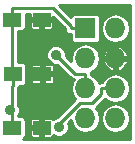
<source format=gbl>
G04 #@! TF.FileFunction,Copper,L2,Bot,Signal*
%FSLAX46Y46*%
G04 Gerber Fmt 4.6, Leading zero omitted, Abs format (unit mm)*
G04 Created by KiCad (PCBNEW 4.0.4-stable) date Monday 13 March 2017 'à' 21:29:09*
%MOMM*%
%LPD*%
G01*
G04 APERTURE LIST*
%ADD10C,0.100000*%
%ADD11R,1.727200X1.727200*%
%ADD12O,1.727200X1.727200*%
%ADD13R,1.500000X1.250000*%
%ADD14C,0.889000*%
%ADD15C,0.254000*%
G04 APERTURE END LIST*
D10*
D11*
X61400000Y-36350000D03*
D12*
X63940000Y-36350000D03*
X61400000Y-38890000D03*
X63940000Y-38890000D03*
X61400000Y-41430000D03*
X63940000Y-41430000D03*
X61400000Y-43970000D03*
X63940000Y-43970000D03*
D13*
X55200000Y-44750000D03*
X57700000Y-44750000D03*
X55250000Y-40200000D03*
X57750000Y-40200000D03*
X55200000Y-35600000D03*
X57700000Y-35600000D03*
D14*
X55018600Y-43290000D03*
X58921200Y-38583500D03*
X59161200Y-44715800D03*
D15*
X60155100Y-36116600D02*
X60155100Y-36350000D01*
X58632200Y-34593700D02*
X60155100Y-36116600D01*
X55200000Y-34593700D02*
X58632200Y-34593700D01*
X55200000Y-35600000D02*
X55200000Y-34593700D01*
X61400000Y-36350000D02*
X60155100Y-36350000D01*
X55250000Y-40200000D02*
X55250000Y-40703100D01*
X55250000Y-40703100D02*
X55250000Y-41206300D01*
X55200000Y-40653100D02*
X55200000Y-35600000D01*
X55250000Y-40703100D02*
X55200000Y-40653100D01*
X55200000Y-43290000D02*
X55018600Y-43290000D01*
X55200000Y-44750000D02*
X55200000Y-43290000D01*
X55200000Y-41256300D02*
X55250000Y-41206300D01*
X55200000Y-43290000D02*
X55200000Y-41256300D01*
X57750000Y-43693700D02*
X57750000Y-40200000D01*
X57700000Y-43743700D02*
X57750000Y-43693700D01*
X57700000Y-44750000D02*
X57700000Y-43743700D01*
X63940000Y-38890000D02*
X62695100Y-38890000D01*
X57700000Y-35600000D02*
X57700000Y-36606300D01*
X57750000Y-38544700D02*
X57750000Y-40200000D01*
X58694200Y-37600500D02*
X57750000Y-38544700D01*
X61872500Y-37600500D02*
X58694200Y-37600500D01*
X62695100Y-38423100D02*
X61872500Y-37600500D01*
X62695100Y-38890000D02*
X62695100Y-38423100D01*
X58694200Y-37600500D02*
X57700000Y-36606300D01*
X60522800Y-40185100D02*
X61400000Y-40185100D01*
X58921200Y-38583500D02*
X60522800Y-40185100D01*
X61400000Y-41430000D02*
X61400000Y-40185100D01*
X63940000Y-41430000D02*
X62695100Y-41430000D01*
X59161300Y-44715800D02*
X59161200Y-44715800D01*
X59161300Y-44447100D02*
X59161300Y-44715800D01*
X60908400Y-42700000D02*
X59161300Y-44447100D01*
X61940900Y-42700000D02*
X60908400Y-42700000D01*
X62695100Y-41945800D02*
X61940900Y-42700000D01*
X62695100Y-41430000D02*
X62695100Y-41945800D01*
G36*
X65221400Y-45721400D02*
X56115273Y-45721400D01*
X56220865Y-45653454D01*
X56307859Y-45526134D01*
X56338464Y-45375000D01*
X56338464Y-44934150D01*
X56721400Y-44934150D01*
X56721400Y-45420472D01*
X56756203Y-45504492D01*
X56820509Y-45568798D01*
X56904529Y-45603600D01*
X57515850Y-45603600D01*
X57573000Y-45546450D01*
X57573000Y-44877000D01*
X56778550Y-44877000D01*
X56721400Y-44934150D01*
X56338464Y-44934150D01*
X56338464Y-44125000D01*
X56329908Y-44079528D01*
X56721400Y-44079528D01*
X56721400Y-44565850D01*
X56778550Y-44623000D01*
X57573000Y-44623000D01*
X57573000Y-43953550D01*
X57827000Y-43953550D01*
X57827000Y-44623000D01*
X57847000Y-44623000D01*
X57847000Y-44877000D01*
X57827000Y-44877000D01*
X57827000Y-45546450D01*
X57884150Y-45603600D01*
X58495471Y-45603600D01*
X58579491Y-45568798D01*
X58643797Y-45504492D01*
X58678600Y-45420472D01*
X58678600Y-45400811D01*
X58692981Y-45415217D01*
X58996277Y-45541157D01*
X59324682Y-45541443D01*
X59628198Y-45416033D01*
X59860617Y-45184019D01*
X59986557Y-44880723D01*
X59986843Y-44552318D01*
X59924759Y-44402062D01*
X60184773Y-44142048D01*
X60250140Y-44470671D01*
X60519935Y-44874448D01*
X60923712Y-45144243D01*
X61400000Y-45238983D01*
X61876288Y-45144243D01*
X62280065Y-44874448D01*
X62549860Y-44470671D01*
X62644600Y-43994383D01*
X62644600Y-43945617D01*
X62695400Y-43945617D01*
X62695400Y-43994383D01*
X62790140Y-44470671D01*
X63059935Y-44874448D01*
X63463712Y-45144243D01*
X63940000Y-45238983D01*
X64416288Y-45144243D01*
X64820065Y-44874448D01*
X65089860Y-44470671D01*
X65184600Y-43994383D01*
X65184600Y-43945617D01*
X65089860Y-43469329D01*
X64820065Y-43065552D01*
X64416288Y-42795757D01*
X63940000Y-42701017D01*
X63463712Y-42795757D01*
X63059935Y-43065552D01*
X62790140Y-43469329D01*
X62695400Y-43945617D01*
X62644600Y-43945617D01*
X62549860Y-43469329D01*
X62283322Y-43070427D01*
X62300110Y-43059210D01*
X63045891Y-42313429D01*
X63059935Y-42334448D01*
X63463712Y-42604243D01*
X63940000Y-42698983D01*
X64416288Y-42604243D01*
X64820065Y-42334448D01*
X65089860Y-41930671D01*
X65184600Y-41454383D01*
X65184600Y-41405617D01*
X65089860Y-40929329D01*
X64820065Y-40525552D01*
X64416288Y-40255757D01*
X63940000Y-40161017D01*
X63463712Y-40255757D01*
X63059935Y-40525552D01*
X62795037Y-40922000D01*
X62695100Y-40922000D01*
X62553986Y-40950069D01*
X62549860Y-40929329D01*
X62280065Y-40525552D01*
X61908000Y-40276946D01*
X61908000Y-40185100D01*
X61883060Y-40059718D01*
X62280065Y-39794448D01*
X62549860Y-39390671D01*
X62590743Y-39185137D01*
X62888419Y-39185137D01*
X63081410Y-39565094D01*
X63405114Y-39842274D01*
X63644865Y-39941568D01*
X63813000Y-39917229D01*
X63813000Y-39017000D01*
X64067000Y-39017000D01*
X64067000Y-39917229D01*
X64235135Y-39941568D01*
X64474886Y-39842274D01*
X64798590Y-39565094D01*
X64991581Y-39185137D01*
X64967654Y-39017000D01*
X64067000Y-39017000D01*
X63813000Y-39017000D01*
X62912346Y-39017000D01*
X62888419Y-39185137D01*
X62590743Y-39185137D01*
X62644600Y-38914383D01*
X62644600Y-38865617D01*
X62590744Y-38594863D01*
X62888419Y-38594863D01*
X62912346Y-38763000D01*
X63813000Y-38763000D01*
X63813000Y-37862771D01*
X64067000Y-37862771D01*
X64067000Y-38763000D01*
X64967654Y-38763000D01*
X64991581Y-38594863D01*
X64798590Y-38214906D01*
X64474886Y-37937726D01*
X64235135Y-37838432D01*
X64067000Y-37862771D01*
X63813000Y-37862771D01*
X63644865Y-37838432D01*
X63405114Y-37937726D01*
X63081410Y-38214906D01*
X62888419Y-38594863D01*
X62590744Y-38594863D01*
X62549860Y-38389329D01*
X62280065Y-37985552D01*
X61876288Y-37715757D01*
X61400000Y-37621017D01*
X60923712Y-37715757D01*
X60519935Y-37985552D01*
X60250140Y-38389329D01*
X60155400Y-38865617D01*
X60155400Y-38914383D01*
X60201311Y-39145190D01*
X59746607Y-38690487D01*
X59746843Y-38420018D01*
X59621433Y-38116502D01*
X59389419Y-37884083D01*
X59086123Y-37758143D01*
X58757718Y-37757857D01*
X58454202Y-37883267D01*
X58221783Y-38115281D01*
X58095843Y-38418577D01*
X58095557Y-38746982D01*
X58220967Y-39050498D01*
X58452981Y-39282917D01*
X58756277Y-39408857D01*
X59028374Y-39409094D01*
X60163589Y-40544310D01*
X60328396Y-40654431D01*
X60360650Y-40660846D01*
X60421453Y-40672941D01*
X60250140Y-40929329D01*
X60155400Y-41405617D01*
X60155400Y-41454383D01*
X60250140Y-41930671D01*
X60519935Y-42334448D01*
X60541273Y-42348706D01*
X58999821Y-43890159D01*
X58997718Y-43890157D01*
X58694202Y-44015567D01*
X58664421Y-44045297D01*
X58643797Y-43995508D01*
X58579491Y-43931202D01*
X58495471Y-43896400D01*
X57884150Y-43896400D01*
X57827000Y-43953550D01*
X57573000Y-43953550D01*
X57515850Y-43896400D01*
X56904529Y-43896400D01*
X56820509Y-43931202D01*
X56756203Y-43995508D01*
X56721400Y-44079528D01*
X56329908Y-44079528D01*
X56311897Y-43983810D01*
X56228454Y-43854135D01*
X56101134Y-43767141D01*
X55950000Y-43736536D01*
X55727021Y-43736536D01*
X55843957Y-43454923D01*
X55844243Y-43126518D01*
X55718833Y-42823002D01*
X55708000Y-42812150D01*
X55708000Y-41417661D01*
X55719331Y-41400703D01*
X55756575Y-41213464D01*
X56000000Y-41213464D01*
X56141190Y-41186897D01*
X56270865Y-41103454D01*
X56357859Y-40976134D01*
X56388464Y-40825000D01*
X56388464Y-40384150D01*
X56771400Y-40384150D01*
X56771400Y-40870472D01*
X56806203Y-40954492D01*
X56870509Y-41018798D01*
X56954529Y-41053600D01*
X57565850Y-41053600D01*
X57623000Y-40996450D01*
X57623000Y-40327000D01*
X57877000Y-40327000D01*
X57877000Y-40996450D01*
X57934150Y-41053600D01*
X58545471Y-41053600D01*
X58629491Y-41018798D01*
X58693797Y-40954492D01*
X58728600Y-40870472D01*
X58728600Y-40384150D01*
X58671450Y-40327000D01*
X57877000Y-40327000D01*
X57623000Y-40327000D01*
X56828550Y-40327000D01*
X56771400Y-40384150D01*
X56388464Y-40384150D01*
X56388464Y-39575000D01*
X56379908Y-39529528D01*
X56771400Y-39529528D01*
X56771400Y-40015850D01*
X56828550Y-40073000D01*
X57623000Y-40073000D01*
X57623000Y-39403550D01*
X57877000Y-39403550D01*
X57877000Y-40073000D01*
X58671450Y-40073000D01*
X58728600Y-40015850D01*
X58728600Y-39529528D01*
X58693797Y-39445508D01*
X58629491Y-39381202D01*
X58545471Y-39346400D01*
X57934150Y-39346400D01*
X57877000Y-39403550D01*
X57623000Y-39403550D01*
X57565850Y-39346400D01*
X56954529Y-39346400D01*
X56870509Y-39381202D01*
X56806203Y-39445508D01*
X56771400Y-39529528D01*
X56379908Y-39529528D01*
X56361897Y-39433810D01*
X56278454Y-39304135D01*
X56151134Y-39217141D01*
X56000000Y-39186536D01*
X55708000Y-39186536D01*
X55708000Y-36613464D01*
X55950000Y-36613464D01*
X56091190Y-36586897D01*
X56220865Y-36503454D01*
X56307859Y-36376134D01*
X56338464Y-36225000D01*
X56338464Y-35784150D01*
X56721400Y-35784150D01*
X56721400Y-36270472D01*
X56756203Y-36354492D01*
X56820509Y-36418798D01*
X56904529Y-36453600D01*
X57515850Y-36453600D01*
X57573000Y-36396450D01*
X57573000Y-35727000D01*
X57827000Y-35727000D01*
X57827000Y-36396450D01*
X57884150Y-36453600D01*
X58495471Y-36453600D01*
X58579491Y-36418798D01*
X58643797Y-36354492D01*
X58678600Y-36270472D01*
X58678600Y-35784150D01*
X58621450Y-35727000D01*
X57827000Y-35727000D01*
X57573000Y-35727000D01*
X56778550Y-35727000D01*
X56721400Y-35784150D01*
X56338464Y-35784150D01*
X56338464Y-35101700D01*
X56721400Y-35101700D01*
X56721400Y-35415850D01*
X56778550Y-35473000D01*
X57573000Y-35473000D01*
X57573000Y-35453000D01*
X57827000Y-35453000D01*
X57827000Y-35473000D01*
X58621450Y-35473000D01*
X58678600Y-35415850D01*
X58678600Y-35358520D01*
X59647100Y-36327020D01*
X59647100Y-36350000D01*
X59685769Y-36544403D01*
X59795890Y-36709210D01*
X59960697Y-36819331D01*
X60147936Y-36856575D01*
X60147936Y-37213600D01*
X60174503Y-37354790D01*
X60257946Y-37484465D01*
X60385266Y-37571459D01*
X60536400Y-37602064D01*
X62263600Y-37602064D01*
X62404790Y-37575497D01*
X62534465Y-37492054D01*
X62621459Y-37364734D01*
X62652064Y-37213600D01*
X62652064Y-36325617D01*
X62695400Y-36325617D01*
X62695400Y-36374383D01*
X62790140Y-36850671D01*
X63059935Y-37254448D01*
X63463712Y-37524243D01*
X63940000Y-37618983D01*
X64416288Y-37524243D01*
X64820065Y-37254448D01*
X65089860Y-36850671D01*
X65184600Y-36374383D01*
X65184600Y-36325617D01*
X65089860Y-35849329D01*
X64820065Y-35445552D01*
X64416288Y-35175757D01*
X63940000Y-35081017D01*
X63463712Y-35175757D01*
X63059935Y-35445552D01*
X62790140Y-35849329D01*
X62695400Y-36325617D01*
X62652064Y-36325617D01*
X62652064Y-35486400D01*
X62625497Y-35345210D01*
X62542054Y-35215535D01*
X62414734Y-35128541D01*
X62263600Y-35097936D01*
X60536400Y-35097936D01*
X60395210Y-35124503D01*
X60265535Y-35207946D01*
X60178541Y-35335266D01*
X60163999Y-35407079D01*
X59135520Y-34378600D01*
X65221400Y-34378600D01*
X65221400Y-45721400D01*
X65221400Y-45721400D01*
G37*
X65221400Y-45721400D02*
X56115273Y-45721400D01*
X56220865Y-45653454D01*
X56307859Y-45526134D01*
X56338464Y-45375000D01*
X56338464Y-44934150D01*
X56721400Y-44934150D01*
X56721400Y-45420472D01*
X56756203Y-45504492D01*
X56820509Y-45568798D01*
X56904529Y-45603600D01*
X57515850Y-45603600D01*
X57573000Y-45546450D01*
X57573000Y-44877000D01*
X56778550Y-44877000D01*
X56721400Y-44934150D01*
X56338464Y-44934150D01*
X56338464Y-44125000D01*
X56329908Y-44079528D01*
X56721400Y-44079528D01*
X56721400Y-44565850D01*
X56778550Y-44623000D01*
X57573000Y-44623000D01*
X57573000Y-43953550D01*
X57827000Y-43953550D01*
X57827000Y-44623000D01*
X57847000Y-44623000D01*
X57847000Y-44877000D01*
X57827000Y-44877000D01*
X57827000Y-45546450D01*
X57884150Y-45603600D01*
X58495471Y-45603600D01*
X58579491Y-45568798D01*
X58643797Y-45504492D01*
X58678600Y-45420472D01*
X58678600Y-45400811D01*
X58692981Y-45415217D01*
X58996277Y-45541157D01*
X59324682Y-45541443D01*
X59628198Y-45416033D01*
X59860617Y-45184019D01*
X59986557Y-44880723D01*
X59986843Y-44552318D01*
X59924759Y-44402062D01*
X60184773Y-44142048D01*
X60250140Y-44470671D01*
X60519935Y-44874448D01*
X60923712Y-45144243D01*
X61400000Y-45238983D01*
X61876288Y-45144243D01*
X62280065Y-44874448D01*
X62549860Y-44470671D01*
X62644600Y-43994383D01*
X62644600Y-43945617D01*
X62695400Y-43945617D01*
X62695400Y-43994383D01*
X62790140Y-44470671D01*
X63059935Y-44874448D01*
X63463712Y-45144243D01*
X63940000Y-45238983D01*
X64416288Y-45144243D01*
X64820065Y-44874448D01*
X65089860Y-44470671D01*
X65184600Y-43994383D01*
X65184600Y-43945617D01*
X65089860Y-43469329D01*
X64820065Y-43065552D01*
X64416288Y-42795757D01*
X63940000Y-42701017D01*
X63463712Y-42795757D01*
X63059935Y-43065552D01*
X62790140Y-43469329D01*
X62695400Y-43945617D01*
X62644600Y-43945617D01*
X62549860Y-43469329D01*
X62283322Y-43070427D01*
X62300110Y-43059210D01*
X63045891Y-42313429D01*
X63059935Y-42334448D01*
X63463712Y-42604243D01*
X63940000Y-42698983D01*
X64416288Y-42604243D01*
X64820065Y-42334448D01*
X65089860Y-41930671D01*
X65184600Y-41454383D01*
X65184600Y-41405617D01*
X65089860Y-40929329D01*
X64820065Y-40525552D01*
X64416288Y-40255757D01*
X63940000Y-40161017D01*
X63463712Y-40255757D01*
X63059935Y-40525552D01*
X62795037Y-40922000D01*
X62695100Y-40922000D01*
X62553986Y-40950069D01*
X62549860Y-40929329D01*
X62280065Y-40525552D01*
X61908000Y-40276946D01*
X61908000Y-40185100D01*
X61883060Y-40059718D01*
X62280065Y-39794448D01*
X62549860Y-39390671D01*
X62590743Y-39185137D01*
X62888419Y-39185137D01*
X63081410Y-39565094D01*
X63405114Y-39842274D01*
X63644865Y-39941568D01*
X63813000Y-39917229D01*
X63813000Y-39017000D01*
X64067000Y-39017000D01*
X64067000Y-39917229D01*
X64235135Y-39941568D01*
X64474886Y-39842274D01*
X64798590Y-39565094D01*
X64991581Y-39185137D01*
X64967654Y-39017000D01*
X64067000Y-39017000D01*
X63813000Y-39017000D01*
X62912346Y-39017000D01*
X62888419Y-39185137D01*
X62590743Y-39185137D01*
X62644600Y-38914383D01*
X62644600Y-38865617D01*
X62590744Y-38594863D01*
X62888419Y-38594863D01*
X62912346Y-38763000D01*
X63813000Y-38763000D01*
X63813000Y-37862771D01*
X64067000Y-37862771D01*
X64067000Y-38763000D01*
X64967654Y-38763000D01*
X64991581Y-38594863D01*
X64798590Y-38214906D01*
X64474886Y-37937726D01*
X64235135Y-37838432D01*
X64067000Y-37862771D01*
X63813000Y-37862771D01*
X63644865Y-37838432D01*
X63405114Y-37937726D01*
X63081410Y-38214906D01*
X62888419Y-38594863D01*
X62590744Y-38594863D01*
X62549860Y-38389329D01*
X62280065Y-37985552D01*
X61876288Y-37715757D01*
X61400000Y-37621017D01*
X60923712Y-37715757D01*
X60519935Y-37985552D01*
X60250140Y-38389329D01*
X60155400Y-38865617D01*
X60155400Y-38914383D01*
X60201311Y-39145190D01*
X59746607Y-38690487D01*
X59746843Y-38420018D01*
X59621433Y-38116502D01*
X59389419Y-37884083D01*
X59086123Y-37758143D01*
X58757718Y-37757857D01*
X58454202Y-37883267D01*
X58221783Y-38115281D01*
X58095843Y-38418577D01*
X58095557Y-38746982D01*
X58220967Y-39050498D01*
X58452981Y-39282917D01*
X58756277Y-39408857D01*
X59028374Y-39409094D01*
X60163589Y-40544310D01*
X60328396Y-40654431D01*
X60360650Y-40660846D01*
X60421453Y-40672941D01*
X60250140Y-40929329D01*
X60155400Y-41405617D01*
X60155400Y-41454383D01*
X60250140Y-41930671D01*
X60519935Y-42334448D01*
X60541273Y-42348706D01*
X58999821Y-43890159D01*
X58997718Y-43890157D01*
X58694202Y-44015567D01*
X58664421Y-44045297D01*
X58643797Y-43995508D01*
X58579491Y-43931202D01*
X58495471Y-43896400D01*
X57884150Y-43896400D01*
X57827000Y-43953550D01*
X57573000Y-43953550D01*
X57515850Y-43896400D01*
X56904529Y-43896400D01*
X56820509Y-43931202D01*
X56756203Y-43995508D01*
X56721400Y-44079528D01*
X56329908Y-44079528D01*
X56311897Y-43983810D01*
X56228454Y-43854135D01*
X56101134Y-43767141D01*
X55950000Y-43736536D01*
X55727021Y-43736536D01*
X55843957Y-43454923D01*
X55844243Y-43126518D01*
X55718833Y-42823002D01*
X55708000Y-42812150D01*
X55708000Y-41417661D01*
X55719331Y-41400703D01*
X55756575Y-41213464D01*
X56000000Y-41213464D01*
X56141190Y-41186897D01*
X56270865Y-41103454D01*
X56357859Y-40976134D01*
X56388464Y-40825000D01*
X56388464Y-40384150D01*
X56771400Y-40384150D01*
X56771400Y-40870472D01*
X56806203Y-40954492D01*
X56870509Y-41018798D01*
X56954529Y-41053600D01*
X57565850Y-41053600D01*
X57623000Y-40996450D01*
X57623000Y-40327000D01*
X57877000Y-40327000D01*
X57877000Y-40996450D01*
X57934150Y-41053600D01*
X58545471Y-41053600D01*
X58629491Y-41018798D01*
X58693797Y-40954492D01*
X58728600Y-40870472D01*
X58728600Y-40384150D01*
X58671450Y-40327000D01*
X57877000Y-40327000D01*
X57623000Y-40327000D01*
X56828550Y-40327000D01*
X56771400Y-40384150D01*
X56388464Y-40384150D01*
X56388464Y-39575000D01*
X56379908Y-39529528D01*
X56771400Y-39529528D01*
X56771400Y-40015850D01*
X56828550Y-40073000D01*
X57623000Y-40073000D01*
X57623000Y-39403550D01*
X57877000Y-39403550D01*
X57877000Y-40073000D01*
X58671450Y-40073000D01*
X58728600Y-40015850D01*
X58728600Y-39529528D01*
X58693797Y-39445508D01*
X58629491Y-39381202D01*
X58545471Y-39346400D01*
X57934150Y-39346400D01*
X57877000Y-39403550D01*
X57623000Y-39403550D01*
X57565850Y-39346400D01*
X56954529Y-39346400D01*
X56870509Y-39381202D01*
X56806203Y-39445508D01*
X56771400Y-39529528D01*
X56379908Y-39529528D01*
X56361897Y-39433810D01*
X56278454Y-39304135D01*
X56151134Y-39217141D01*
X56000000Y-39186536D01*
X55708000Y-39186536D01*
X55708000Y-36613464D01*
X55950000Y-36613464D01*
X56091190Y-36586897D01*
X56220865Y-36503454D01*
X56307859Y-36376134D01*
X56338464Y-36225000D01*
X56338464Y-35784150D01*
X56721400Y-35784150D01*
X56721400Y-36270472D01*
X56756203Y-36354492D01*
X56820509Y-36418798D01*
X56904529Y-36453600D01*
X57515850Y-36453600D01*
X57573000Y-36396450D01*
X57573000Y-35727000D01*
X57827000Y-35727000D01*
X57827000Y-36396450D01*
X57884150Y-36453600D01*
X58495471Y-36453600D01*
X58579491Y-36418798D01*
X58643797Y-36354492D01*
X58678600Y-36270472D01*
X58678600Y-35784150D01*
X58621450Y-35727000D01*
X57827000Y-35727000D01*
X57573000Y-35727000D01*
X56778550Y-35727000D01*
X56721400Y-35784150D01*
X56338464Y-35784150D01*
X56338464Y-35101700D01*
X56721400Y-35101700D01*
X56721400Y-35415850D01*
X56778550Y-35473000D01*
X57573000Y-35473000D01*
X57573000Y-35453000D01*
X57827000Y-35453000D01*
X57827000Y-35473000D01*
X58621450Y-35473000D01*
X58678600Y-35415850D01*
X58678600Y-35358520D01*
X59647100Y-36327020D01*
X59647100Y-36350000D01*
X59685769Y-36544403D01*
X59795890Y-36709210D01*
X59960697Y-36819331D01*
X60147936Y-36856575D01*
X60147936Y-37213600D01*
X60174503Y-37354790D01*
X60257946Y-37484465D01*
X60385266Y-37571459D01*
X60536400Y-37602064D01*
X62263600Y-37602064D01*
X62404790Y-37575497D01*
X62534465Y-37492054D01*
X62621459Y-37364734D01*
X62652064Y-37213600D01*
X62652064Y-36325617D01*
X62695400Y-36325617D01*
X62695400Y-36374383D01*
X62790140Y-36850671D01*
X63059935Y-37254448D01*
X63463712Y-37524243D01*
X63940000Y-37618983D01*
X64416288Y-37524243D01*
X64820065Y-37254448D01*
X65089860Y-36850671D01*
X65184600Y-36374383D01*
X65184600Y-36325617D01*
X65089860Y-35849329D01*
X64820065Y-35445552D01*
X64416288Y-35175757D01*
X63940000Y-35081017D01*
X63463712Y-35175757D01*
X63059935Y-35445552D01*
X62790140Y-35849329D01*
X62695400Y-36325617D01*
X62652064Y-36325617D01*
X62652064Y-35486400D01*
X62625497Y-35345210D01*
X62542054Y-35215535D01*
X62414734Y-35128541D01*
X62263600Y-35097936D01*
X60536400Y-35097936D01*
X60395210Y-35124503D01*
X60265535Y-35207946D01*
X60178541Y-35335266D01*
X60163999Y-35407079D01*
X59135520Y-34378600D01*
X65221400Y-34378600D01*
X65221400Y-45721400D01*
M02*

</source>
